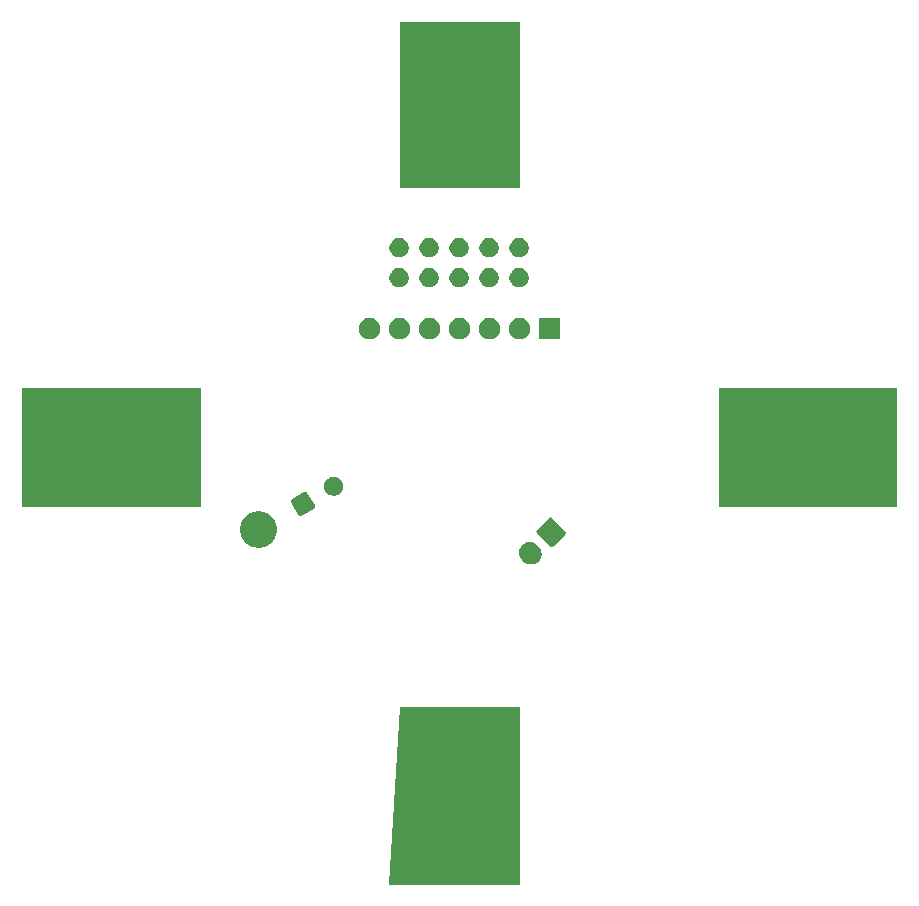
<source format=gbr>
G04 #@! TF.GenerationSoftware,KiCad,Pcbnew,(5.1.5)-3*
G04 #@! TF.CreationDate,2020-03-25T23:07:15+01:00*
G04 #@! TF.ProjectId,carteOdometrie,63617274-654f-4646-9f6d-65747269652e,rev?*
G04 #@! TF.SameCoordinates,Original*
G04 #@! TF.FileFunction,Soldermask,Bot*
G04 #@! TF.FilePolarity,Negative*
%FSLAX46Y46*%
G04 Gerber Fmt 4.6, Leading zero omitted, Abs format (unit mm)*
G04 Created by KiCad (PCBNEW (5.1.5)-3) date 2020-03-25 23:07:15*
%MOMM*%
%LPD*%
G04 APERTURE LIST*
%ADD10C,0.100000*%
G04 APERTURE END LIST*
D10*
G36*
X-22000000Y-5000000D02*
G01*
X-37000000Y-5000000D01*
X-37000000Y5000000D01*
X-22000000Y5000000D01*
X-22000000Y-5000000D01*
G37*
X-22000000Y-5000000D02*
X-37000000Y-5000000D01*
X-37000000Y5000000D01*
X-22000000Y5000000D01*
X-22000000Y-5000000D01*
G36*
X5000000Y-37000000D02*
G01*
X-6000000Y-37000000D01*
X-5000000Y-22000000D01*
X5000000Y-22000000D01*
X5000000Y-37000000D01*
G37*
X5000000Y-37000000D02*
X-6000000Y-37000000D01*
X-5000000Y-22000000D01*
X5000000Y-22000000D01*
X5000000Y-37000000D01*
G36*
X37000000Y-5000000D02*
G01*
X22000000Y-5000000D01*
X22000000Y5000000D01*
X37000000Y5000000D01*
X37000000Y-5000000D01*
G37*
X37000000Y-5000000D02*
X22000000Y-5000000D01*
X22000000Y5000000D01*
X37000000Y5000000D01*
X37000000Y-5000000D01*
G36*
X5000000Y22000000D02*
G01*
X-5000000Y22000000D01*
X-5000000Y36000000D01*
X5000000Y36000000D01*
X5000000Y22000000D01*
G37*
X5000000Y22000000D02*
X-5000000Y22000000D01*
X-5000000Y36000000D01*
X5000000Y36000000D01*
X5000000Y22000000D01*
G36*
X375256Y-28391298D02*
G01*
X481579Y-28412447D01*
X782042Y-28536903D01*
X1052451Y-28717585D01*
X1282415Y-28947549D01*
X1463097Y-29217958D01*
X1587553Y-29518421D01*
X1651000Y-29837391D01*
X1651000Y-30162609D01*
X1587553Y-30481579D01*
X1463097Y-30782042D01*
X1282415Y-31052451D01*
X1052451Y-31282415D01*
X782042Y-31463097D01*
X481579Y-31587553D01*
X375256Y-31608702D01*
X162611Y-31651000D01*
X-162611Y-31651000D01*
X-375256Y-31608702D01*
X-481579Y-31587553D01*
X-782042Y-31463097D01*
X-1052451Y-31282415D01*
X-1282415Y-31052451D01*
X-1463097Y-30782042D01*
X-1587553Y-30481579D01*
X-1651000Y-30162609D01*
X-1651000Y-29837391D01*
X-1587553Y-29518421D01*
X-1463097Y-29217958D01*
X-1282415Y-28947549D01*
X-1052451Y-28717585D01*
X-782042Y-28536903D01*
X-481579Y-28412447D01*
X-375256Y-28391298D01*
X-162611Y-28349000D01*
X162611Y-28349000D01*
X375256Y-28391298D01*
G37*
G36*
X6094525Y-8056142D02*
G01*
X6123593Y-8059005D01*
X6249244Y-8097120D01*
X6293437Y-8110526D01*
X6449956Y-8194188D01*
X6449958Y-8194189D01*
X6449957Y-8194189D01*
X6552775Y-8278569D01*
X6721431Y-8447225D01*
X6721435Y-8447230D01*
X6805812Y-8550044D01*
X6889474Y-8706563D01*
X6889475Y-8706567D01*
X6940995Y-8876407D01*
X6940995Y-8876409D01*
X6958392Y-9053033D01*
X6951442Y-9123591D01*
X6940995Y-9229659D01*
X6921648Y-9293437D01*
X6889474Y-9399503D01*
X6805812Y-9556022D01*
X6693218Y-9693218D01*
X6556022Y-9805812D01*
X6399503Y-9889474D01*
X6355310Y-9902880D01*
X6229659Y-9940995D01*
X6200591Y-9943858D01*
X6053033Y-9958392D01*
X5905475Y-9943858D01*
X5876407Y-9940995D01*
X5750756Y-9902880D01*
X5706563Y-9889474D01*
X5550044Y-9805812D01*
X5447230Y-9721435D01*
X5447225Y-9721431D01*
X5278569Y-9552775D01*
X5194189Y-9449957D01*
X5194188Y-9449956D01*
X5110526Y-9293437D01*
X5091179Y-9229657D01*
X5059005Y-9123593D01*
X5056142Y-9094525D01*
X5041608Y-8946967D01*
X5059005Y-8770343D01*
X5059005Y-8770341D01*
X5110525Y-8600501D01*
X5110526Y-8600497D01*
X5194188Y-8443978D01*
X5306782Y-8306782D01*
X5443978Y-8194188D01*
X5600497Y-8110526D01*
X5644690Y-8097120D01*
X5770341Y-8059005D01*
X5799409Y-8056142D01*
X5946967Y-8041608D01*
X6094525Y-8056142D01*
G37*
G36*
X-16697415Y-5478802D02*
G01*
X-16547590Y-5508604D01*
X-16265326Y-5625521D01*
X-16011295Y-5795259D01*
X-15795259Y-6011295D01*
X-15625521Y-6265326D01*
X-15508604Y-6547590D01*
X-15449000Y-6847240D01*
X-15449000Y-7152760D01*
X-15508604Y-7452410D01*
X-15625521Y-7734674D01*
X-15795259Y-7988705D01*
X-16011295Y-8204741D01*
X-16265326Y-8374479D01*
X-16547590Y-8491396D01*
X-16697415Y-8521198D01*
X-16847239Y-8551000D01*
X-17152761Y-8551000D01*
X-17302585Y-8521198D01*
X-17452410Y-8491396D01*
X-17734674Y-8374479D01*
X-17988705Y-8204741D01*
X-18204741Y-7988705D01*
X-18374479Y-7734674D01*
X-18491396Y-7452410D01*
X-18551000Y-7152760D01*
X-18551000Y-6847240D01*
X-18491396Y-6547590D01*
X-18374479Y-6265326D01*
X-18204741Y-6011295D01*
X-17988705Y-5795259D01*
X-17734674Y-5625521D01*
X-17452410Y-5508604D01*
X-17302585Y-5478802D01*
X-17152761Y-5449000D01*
X-16847239Y-5449000D01*
X-16697415Y-5478802D01*
G37*
G36*
X7749099Y-5982201D02*
G01*
X7782151Y-5992227D01*
X7812602Y-6008504D01*
X7844061Y-6034322D01*
X7902111Y-6092372D01*
X7902117Y-6092377D01*
X8907623Y-7097883D01*
X8907628Y-7097889D01*
X8965678Y-7155939D01*
X8991496Y-7187398D01*
X9007773Y-7217849D01*
X9017799Y-7250901D01*
X9021183Y-7285266D01*
X9017799Y-7319631D01*
X9007773Y-7352683D01*
X8991496Y-7383134D01*
X8965678Y-7414593D01*
X8907628Y-7472643D01*
X8907623Y-7472649D01*
X8008183Y-8372089D01*
X8008177Y-8372094D01*
X7950127Y-8430144D01*
X7918668Y-8455962D01*
X7888217Y-8472239D01*
X7855165Y-8482265D01*
X7820800Y-8485649D01*
X7786435Y-8482265D01*
X7753383Y-8472239D01*
X7722932Y-8455962D01*
X7691473Y-8430144D01*
X7633423Y-8372094D01*
X7633417Y-8372089D01*
X6627911Y-7366583D01*
X6627906Y-7366577D01*
X6569856Y-7308527D01*
X6544038Y-7277068D01*
X6527761Y-7246617D01*
X6517735Y-7213565D01*
X6514351Y-7179200D01*
X6517735Y-7144835D01*
X6527761Y-7111783D01*
X6544038Y-7081332D01*
X6569856Y-7049873D01*
X6627906Y-6991823D01*
X6627911Y-6991817D01*
X7527351Y-6092377D01*
X7527357Y-6092372D01*
X7585407Y-6034322D01*
X7616866Y-6008504D01*
X7647317Y-5992227D01*
X7680369Y-5982201D01*
X7714734Y-5978817D01*
X7749099Y-5982201D01*
G37*
G36*
X-12985433Y-3819882D02*
G01*
X-12951843Y-3832524D01*
X-12921366Y-3851476D01*
X-12895180Y-3876002D01*
X-12870673Y-3910201D01*
X-12259492Y-4968799D01*
X-12242130Y-5007117D01*
X-12233981Y-5042067D01*
X-12232807Y-5077935D01*
X-12238652Y-5113337D01*
X-12251294Y-5146927D01*
X-12270246Y-5177404D01*
X-12294772Y-5203590D01*
X-12328971Y-5228097D01*
X-13387569Y-5839278D01*
X-13425887Y-5856640D01*
X-13460837Y-5864789D01*
X-13496705Y-5865963D01*
X-13532107Y-5860118D01*
X-13565697Y-5847476D01*
X-13596174Y-5828524D01*
X-13622360Y-5803998D01*
X-13646867Y-5769799D01*
X-14258048Y-4711201D01*
X-14275410Y-4672883D01*
X-14283559Y-4637933D01*
X-14284733Y-4602065D01*
X-14278888Y-4566663D01*
X-14266246Y-4533073D01*
X-14247294Y-4502596D01*
X-14222768Y-4476410D01*
X-14188569Y-4451903D01*
X-13129971Y-3840722D01*
X-13091653Y-3823360D01*
X-13056703Y-3815211D01*
X-13020835Y-3814037D01*
X-12985433Y-3819882D01*
G37*
G36*
X-10427052Y-2569781D02*
G01*
X-10281280Y-2630162D01*
X-10281278Y-2630163D01*
X-10150086Y-2717822D01*
X-10038516Y-2829392D01*
X-9950857Y-2960584D01*
X-9950856Y-2960586D01*
X-9890475Y-3106358D01*
X-9859694Y-3261107D01*
X-9859694Y-3418893D01*
X-9890475Y-3573642D01*
X-9950856Y-3719414D01*
X-9950857Y-3719416D01*
X-10038516Y-3850608D01*
X-10150086Y-3962178D01*
X-10281278Y-4049837D01*
X-10281279Y-4049838D01*
X-10281280Y-4049838D01*
X-10427052Y-4110219D01*
X-10581801Y-4141000D01*
X-10739587Y-4141000D01*
X-10894336Y-4110219D01*
X-11040108Y-4049838D01*
X-11040109Y-4049838D01*
X-11040110Y-4049837D01*
X-11171302Y-3962178D01*
X-11282872Y-3850608D01*
X-11370531Y-3719416D01*
X-11370532Y-3719414D01*
X-11430913Y-3573642D01*
X-11461694Y-3418893D01*
X-11461694Y-3261107D01*
X-11430913Y-3106358D01*
X-11370532Y-2960586D01*
X-11370531Y-2960584D01*
X-11282872Y-2829392D01*
X-11171302Y-2717822D01*
X-11040110Y-2630163D01*
X-11040108Y-2630162D01*
X-10894336Y-2569781D01*
X-10739587Y-2539000D01*
X-10581801Y-2539000D01*
X-10427052Y-2569781D01*
G37*
G36*
X30375256Y1608702D02*
G01*
X30481579Y1587553D01*
X30782042Y1463097D01*
X31052451Y1282415D01*
X31282415Y1052451D01*
X31463097Y782042D01*
X31587553Y481579D01*
X31651000Y162609D01*
X31651000Y-162609D01*
X31587553Y-481579D01*
X31463097Y-782042D01*
X31282415Y-1052451D01*
X31052451Y-1282415D01*
X30782042Y-1463097D01*
X30481579Y-1587553D01*
X30375256Y-1608702D01*
X30162611Y-1651000D01*
X29837389Y-1651000D01*
X29624744Y-1608702D01*
X29518421Y-1587553D01*
X29217958Y-1463097D01*
X28947549Y-1282415D01*
X28717585Y-1052451D01*
X28536903Y-782042D01*
X28412447Y-481579D01*
X28349000Y-162609D01*
X28349000Y162609D01*
X28412447Y481579D01*
X28536903Y782042D01*
X28717585Y1052451D01*
X28947549Y1282415D01*
X29217958Y1463097D01*
X29518421Y1587553D01*
X29624744Y1608702D01*
X29837389Y1651000D01*
X30162611Y1651000D01*
X30375256Y1608702D01*
G37*
G36*
X-29624744Y1608702D02*
G01*
X-29518421Y1587553D01*
X-29217958Y1463097D01*
X-28947549Y1282415D01*
X-28717585Y1052451D01*
X-28536903Y782042D01*
X-28412447Y481579D01*
X-28349000Y162609D01*
X-28349000Y-162609D01*
X-28412447Y-481579D01*
X-28536903Y-782042D01*
X-28717585Y-1052451D01*
X-28947549Y-1282415D01*
X-29217958Y-1463097D01*
X-29518421Y-1587553D01*
X-29624744Y-1608702D01*
X-29837389Y-1651000D01*
X-30162611Y-1651000D01*
X-30375256Y-1608702D01*
X-30481579Y-1587553D01*
X-30782042Y-1463097D01*
X-31052451Y-1282415D01*
X-31282415Y-1052451D01*
X-31463097Y-782042D01*
X-31587553Y-481579D01*
X-31651000Y-162609D01*
X-31651000Y162609D01*
X-31587553Y481579D01*
X-31463097Y782042D01*
X-31282415Y1052451D01*
X-31052451Y1282415D01*
X-30782042Y1463097D01*
X-30481579Y1587553D01*
X-30375256Y1608702D01*
X-30162611Y1651000D01*
X-29837389Y1651000D01*
X-29624744Y1608702D01*
G37*
G36*
X5193512Y10896073D02*
G01*
X5342812Y10866376D01*
X5506784Y10798456D01*
X5654354Y10699853D01*
X5779853Y10574354D01*
X5878456Y10426784D01*
X5946376Y10262812D01*
X5981000Y10088741D01*
X5981000Y9911259D01*
X5946376Y9737188D01*
X5878456Y9573216D01*
X5779853Y9425646D01*
X5654354Y9300147D01*
X5506784Y9201544D01*
X5342812Y9133624D01*
X5193512Y9103927D01*
X5168742Y9099000D01*
X4991258Y9099000D01*
X4966488Y9103927D01*
X4817188Y9133624D01*
X4653216Y9201544D01*
X4505646Y9300147D01*
X4380147Y9425646D01*
X4281544Y9573216D01*
X4213624Y9737188D01*
X4179000Y9911259D01*
X4179000Y10088741D01*
X4213624Y10262812D01*
X4281544Y10426784D01*
X4380147Y10574354D01*
X4505646Y10699853D01*
X4653216Y10798456D01*
X4817188Y10866376D01*
X4966488Y10896073D01*
X4991258Y10901000D01*
X5168742Y10901000D01*
X5193512Y10896073D01*
G37*
G36*
X8521000Y9099000D02*
G01*
X6719000Y9099000D01*
X6719000Y10901000D01*
X8521000Y10901000D01*
X8521000Y9099000D01*
G37*
G36*
X2653512Y10896073D02*
G01*
X2802812Y10866376D01*
X2966784Y10798456D01*
X3114354Y10699853D01*
X3239853Y10574354D01*
X3338456Y10426784D01*
X3406376Y10262812D01*
X3441000Y10088741D01*
X3441000Y9911259D01*
X3406376Y9737188D01*
X3338456Y9573216D01*
X3239853Y9425646D01*
X3114354Y9300147D01*
X2966784Y9201544D01*
X2802812Y9133624D01*
X2653512Y9103927D01*
X2628742Y9099000D01*
X2451258Y9099000D01*
X2426488Y9103927D01*
X2277188Y9133624D01*
X2113216Y9201544D01*
X1965646Y9300147D01*
X1840147Y9425646D01*
X1741544Y9573216D01*
X1673624Y9737188D01*
X1639000Y9911259D01*
X1639000Y10088741D01*
X1673624Y10262812D01*
X1741544Y10426784D01*
X1840147Y10574354D01*
X1965646Y10699853D01*
X2113216Y10798456D01*
X2277188Y10866376D01*
X2426488Y10896073D01*
X2451258Y10901000D01*
X2628742Y10901000D01*
X2653512Y10896073D01*
G37*
G36*
X113512Y10896073D02*
G01*
X262812Y10866376D01*
X426784Y10798456D01*
X574354Y10699853D01*
X699853Y10574354D01*
X798456Y10426784D01*
X866376Y10262812D01*
X901000Y10088741D01*
X901000Y9911259D01*
X866376Y9737188D01*
X798456Y9573216D01*
X699853Y9425646D01*
X574354Y9300147D01*
X426784Y9201544D01*
X262812Y9133624D01*
X113512Y9103927D01*
X88742Y9099000D01*
X-88742Y9099000D01*
X-113512Y9103927D01*
X-262812Y9133624D01*
X-426784Y9201544D01*
X-574354Y9300147D01*
X-699853Y9425646D01*
X-798456Y9573216D01*
X-866376Y9737188D01*
X-901000Y9911259D01*
X-901000Y10088741D01*
X-866376Y10262812D01*
X-798456Y10426784D01*
X-699853Y10574354D01*
X-574354Y10699853D01*
X-426784Y10798456D01*
X-262812Y10866376D01*
X-113512Y10896073D01*
X-88742Y10901000D01*
X88742Y10901000D01*
X113512Y10896073D01*
G37*
G36*
X-2426488Y10896073D02*
G01*
X-2277188Y10866376D01*
X-2113216Y10798456D01*
X-1965646Y10699853D01*
X-1840147Y10574354D01*
X-1741544Y10426784D01*
X-1673624Y10262812D01*
X-1639000Y10088741D01*
X-1639000Y9911259D01*
X-1673624Y9737188D01*
X-1741544Y9573216D01*
X-1840147Y9425646D01*
X-1965646Y9300147D01*
X-2113216Y9201544D01*
X-2277188Y9133624D01*
X-2426488Y9103927D01*
X-2451258Y9099000D01*
X-2628742Y9099000D01*
X-2653512Y9103927D01*
X-2802812Y9133624D01*
X-2966784Y9201544D01*
X-3114354Y9300147D01*
X-3239853Y9425646D01*
X-3338456Y9573216D01*
X-3406376Y9737188D01*
X-3441000Y9911259D01*
X-3441000Y10088741D01*
X-3406376Y10262812D01*
X-3338456Y10426784D01*
X-3239853Y10574354D01*
X-3114354Y10699853D01*
X-2966784Y10798456D01*
X-2802812Y10866376D01*
X-2653512Y10896073D01*
X-2628742Y10901000D01*
X-2451258Y10901000D01*
X-2426488Y10896073D01*
G37*
G36*
X-4966488Y10896073D02*
G01*
X-4817188Y10866376D01*
X-4653216Y10798456D01*
X-4505646Y10699853D01*
X-4380147Y10574354D01*
X-4281544Y10426784D01*
X-4213624Y10262812D01*
X-4179000Y10088741D01*
X-4179000Y9911259D01*
X-4213624Y9737188D01*
X-4281544Y9573216D01*
X-4380147Y9425646D01*
X-4505646Y9300147D01*
X-4653216Y9201544D01*
X-4817188Y9133624D01*
X-4966488Y9103927D01*
X-4991258Y9099000D01*
X-5168742Y9099000D01*
X-5193512Y9103927D01*
X-5342812Y9133624D01*
X-5506784Y9201544D01*
X-5654354Y9300147D01*
X-5779853Y9425646D01*
X-5878456Y9573216D01*
X-5946376Y9737188D01*
X-5981000Y9911259D01*
X-5981000Y10088741D01*
X-5946376Y10262812D01*
X-5878456Y10426784D01*
X-5779853Y10574354D01*
X-5654354Y10699853D01*
X-5506784Y10798456D01*
X-5342812Y10866376D01*
X-5193512Y10896073D01*
X-5168742Y10901000D01*
X-4991258Y10901000D01*
X-4966488Y10896073D01*
G37*
G36*
X-7506488Y10896073D02*
G01*
X-7357188Y10866376D01*
X-7193216Y10798456D01*
X-7045646Y10699853D01*
X-6920147Y10574354D01*
X-6821544Y10426784D01*
X-6753624Y10262812D01*
X-6719000Y10088741D01*
X-6719000Y9911259D01*
X-6753624Y9737188D01*
X-6821544Y9573216D01*
X-6920147Y9425646D01*
X-7045646Y9300147D01*
X-7193216Y9201544D01*
X-7357188Y9133624D01*
X-7506488Y9103927D01*
X-7531258Y9099000D01*
X-7708742Y9099000D01*
X-7733512Y9103927D01*
X-7882812Y9133624D01*
X-8046784Y9201544D01*
X-8194354Y9300147D01*
X-8319853Y9425646D01*
X-8418456Y9573216D01*
X-8486376Y9737188D01*
X-8521000Y9911259D01*
X-8521000Y10088741D01*
X-8486376Y10262812D01*
X-8418456Y10426784D01*
X-8319853Y10574354D01*
X-8194354Y10699853D01*
X-8046784Y10798456D01*
X-7882812Y10866376D01*
X-7733512Y10896073D01*
X-7708742Y10901000D01*
X-7531258Y10901000D01*
X-7506488Y10896073D01*
G37*
G36*
X199042Y15099738D02*
G01*
X347001Y15038451D01*
X480155Y14949481D01*
X593401Y14836235D01*
X682371Y14703081D01*
X743658Y14555122D01*
X774900Y14398055D01*
X774900Y14237905D01*
X743658Y14080838D01*
X682371Y13932879D01*
X593401Y13799725D01*
X480155Y13686479D01*
X347001Y13597509D01*
X199042Y13536222D01*
X41975Y13504980D01*
X-118175Y13504980D01*
X-275242Y13536222D01*
X-423201Y13597509D01*
X-556355Y13686479D01*
X-669601Y13799725D01*
X-758571Y13932879D01*
X-819858Y14080838D01*
X-851100Y14237905D01*
X-851100Y14398055D01*
X-819858Y14555122D01*
X-758571Y14703081D01*
X-669601Y14836235D01*
X-556355Y14949481D01*
X-423201Y15038451D01*
X-275242Y15099738D01*
X-118175Y15130980D01*
X41975Y15130980D01*
X199042Y15099738D01*
G37*
G36*
X5279042Y15099738D02*
G01*
X5427001Y15038451D01*
X5560155Y14949481D01*
X5673401Y14836235D01*
X5762371Y14703081D01*
X5823658Y14555122D01*
X5854900Y14398055D01*
X5854900Y14237905D01*
X5823658Y14080838D01*
X5762371Y13932879D01*
X5673401Y13799725D01*
X5560155Y13686479D01*
X5427001Y13597509D01*
X5279042Y13536222D01*
X5121975Y13504980D01*
X4961825Y13504980D01*
X4804758Y13536222D01*
X4656799Y13597509D01*
X4523645Y13686479D01*
X4410399Y13799725D01*
X4321429Y13932879D01*
X4260142Y14080838D01*
X4228900Y14237905D01*
X4228900Y14398055D01*
X4260142Y14555122D01*
X4321429Y14703081D01*
X4410399Y14836235D01*
X4523645Y14949481D01*
X4656799Y15038451D01*
X4804758Y15099738D01*
X4961825Y15130980D01*
X5121975Y15130980D01*
X5279042Y15099738D01*
G37*
G36*
X2739042Y15099738D02*
G01*
X2887001Y15038451D01*
X3020155Y14949481D01*
X3133401Y14836235D01*
X3222371Y14703081D01*
X3283658Y14555122D01*
X3314900Y14398055D01*
X3314900Y14237905D01*
X3283658Y14080838D01*
X3222371Y13932879D01*
X3133401Y13799725D01*
X3020155Y13686479D01*
X2887001Y13597509D01*
X2739042Y13536222D01*
X2581975Y13504980D01*
X2421825Y13504980D01*
X2264758Y13536222D01*
X2116799Y13597509D01*
X1983645Y13686479D01*
X1870399Y13799725D01*
X1781429Y13932879D01*
X1720142Y14080838D01*
X1688900Y14237905D01*
X1688900Y14398055D01*
X1720142Y14555122D01*
X1781429Y14703081D01*
X1870399Y14836235D01*
X1983645Y14949481D01*
X2116799Y15038451D01*
X2264758Y15099738D01*
X2421825Y15130980D01*
X2581975Y15130980D01*
X2739042Y15099738D01*
G37*
G36*
X-2340958Y15099738D02*
G01*
X-2192999Y15038451D01*
X-2059845Y14949481D01*
X-1946599Y14836235D01*
X-1857629Y14703081D01*
X-1796342Y14555122D01*
X-1765100Y14398055D01*
X-1765100Y14237905D01*
X-1796342Y14080838D01*
X-1857629Y13932879D01*
X-1946599Y13799725D01*
X-2059845Y13686479D01*
X-2192999Y13597509D01*
X-2340958Y13536222D01*
X-2498025Y13504980D01*
X-2658175Y13504980D01*
X-2815242Y13536222D01*
X-2963201Y13597509D01*
X-3096355Y13686479D01*
X-3209601Y13799725D01*
X-3298571Y13932879D01*
X-3359858Y14080838D01*
X-3391100Y14237905D01*
X-3391100Y14398055D01*
X-3359858Y14555122D01*
X-3298571Y14703081D01*
X-3209601Y14836235D01*
X-3096355Y14949481D01*
X-2963201Y15038451D01*
X-2815242Y15099738D01*
X-2658175Y15130980D01*
X-2498025Y15130980D01*
X-2340958Y15099738D01*
G37*
G36*
X-4880958Y15099738D02*
G01*
X-4732999Y15038451D01*
X-4599845Y14949481D01*
X-4486599Y14836235D01*
X-4397629Y14703081D01*
X-4336342Y14555122D01*
X-4305100Y14398055D01*
X-4305100Y14237905D01*
X-4336342Y14080838D01*
X-4397629Y13932879D01*
X-4486599Y13799725D01*
X-4599845Y13686479D01*
X-4732999Y13597509D01*
X-4880958Y13536222D01*
X-5038025Y13504980D01*
X-5198175Y13504980D01*
X-5355242Y13536222D01*
X-5503201Y13597509D01*
X-5636355Y13686479D01*
X-5749601Y13799725D01*
X-5838571Y13932879D01*
X-5899858Y14080838D01*
X-5931100Y14237905D01*
X-5931100Y14398055D01*
X-5899858Y14555122D01*
X-5838571Y14703081D01*
X-5749601Y14836235D01*
X-5636355Y14949481D01*
X-5503201Y15038451D01*
X-5355242Y15099738D01*
X-5198175Y15130980D01*
X-5038025Y15130980D01*
X-4880958Y15099738D01*
G37*
G36*
X199042Y17639738D02*
G01*
X347001Y17578451D01*
X480155Y17489481D01*
X593401Y17376235D01*
X682371Y17243081D01*
X743658Y17095122D01*
X774900Y16938055D01*
X774900Y16777905D01*
X743658Y16620838D01*
X682371Y16472879D01*
X593401Y16339725D01*
X480155Y16226479D01*
X347001Y16137509D01*
X199042Y16076222D01*
X41975Y16044980D01*
X-118175Y16044980D01*
X-275242Y16076222D01*
X-423201Y16137509D01*
X-556355Y16226479D01*
X-669601Y16339725D01*
X-758571Y16472879D01*
X-819858Y16620838D01*
X-851100Y16777905D01*
X-851100Y16938055D01*
X-819858Y17095122D01*
X-758571Y17243081D01*
X-669601Y17376235D01*
X-556355Y17489481D01*
X-423201Y17578451D01*
X-275242Y17639738D01*
X-118175Y17670980D01*
X41975Y17670980D01*
X199042Y17639738D01*
G37*
G36*
X-2340958Y17639738D02*
G01*
X-2192999Y17578451D01*
X-2059845Y17489481D01*
X-1946599Y17376235D01*
X-1857629Y17243081D01*
X-1796342Y17095122D01*
X-1765100Y16938055D01*
X-1765100Y16777905D01*
X-1796342Y16620838D01*
X-1857629Y16472879D01*
X-1946599Y16339725D01*
X-2059845Y16226479D01*
X-2192999Y16137509D01*
X-2340958Y16076222D01*
X-2498025Y16044980D01*
X-2658175Y16044980D01*
X-2815242Y16076222D01*
X-2963201Y16137509D01*
X-3096355Y16226479D01*
X-3209601Y16339725D01*
X-3298571Y16472879D01*
X-3359858Y16620838D01*
X-3391100Y16777905D01*
X-3391100Y16938055D01*
X-3359858Y17095122D01*
X-3298571Y17243081D01*
X-3209601Y17376235D01*
X-3096355Y17489481D01*
X-2963201Y17578451D01*
X-2815242Y17639738D01*
X-2658175Y17670980D01*
X-2498025Y17670980D01*
X-2340958Y17639738D01*
G37*
G36*
X2739042Y17639738D02*
G01*
X2887001Y17578451D01*
X3020155Y17489481D01*
X3133401Y17376235D01*
X3222371Y17243081D01*
X3283658Y17095122D01*
X3314900Y16938055D01*
X3314900Y16777905D01*
X3283658Y16620838D01*
X3222371Y16472879D01*
X3133401Y16339725D01*
X3020155Y16226479D01*
X2887001Y16137509D01*
X2739042Y16076222D01*
X2581975Y16044980D01*
X2421825Y16044980D01*
X2264758Y16076222D01*
X2116799Y16137509D01*
X1983645Y16226479D01*
X1870399Y16339725D01*
X1781429Y16472879D01*
X1720142Y16620838D01*
X1688900Y16777905D01*
X1688900Y16938055D01*
X1720142Y17095122D01*
X1781429Y17243081D01*
X1870399Y17376235D01*
X1983645Y17489481D01*
X2116799Y17578451D01*
X2264758Y17639738D01*
X2421825Y17670980D01*
X2581975Y17670980D01*
X2739042Y17639738D01*
G37*
G36*
X5279042Y17639738D02*
G01*
X5427001Y17578451D01*
X5560155Y17489481D01*
X5673401Y17376235D01*
X5762371Y17243081D01*
X5823658Y17095122D01*
X5854900Y16938055D01*
X5854900Y16777905D01*
X5823658Y16620838D01*
X5762371Y16472879D01*
X5673401Y16339725D01*
X5560155Y16226479D01*
X5427001Y16137509D01*
X5279042Y16076222D01*
X5121975Y16044980D01*
X4961825Y16044980D01*
X4804758Y16076222D01*
X4656799Y16137509D01*
X4523645Y16226479D01*
X4410399Y16339725D01*
X4321429Y16472879D01*
X4260142Y16620838D01*
X4228900Y16777905D01*
X4228900Y16938055D01*
X4260142Y17095122D01*
X4321429Y17243081D01*
X4410399Y17376235D01*
X4523645Y17489481D01*
X4656799Y17578451D01*
X4804758Y17639738D01*
X4961825Y17670980D01*
X5121975Y17670980D01*
X5279042Y17639738D01*
G37*
G36*
X-4880958Y17639738D02*
G01*
X-4732999Y17578451D01*
X-4599845Y17489481D01*
X-4486599Y17376235D01*
X-4397629Y17243081D01*
X-4336342Y17095122D01*
X-4305100Y16938055D01*
X-4305100Y16777905D01*
X-4336342Y16620838D01*
X-4397629Y16472879D01*
X-4486599Y16339725D01*
X-4599845Y16226479D01*
X-4732999Y16137509D01*
X-4880958Y16076222D01*
X-5038025Y16044980D01*
X-5198175Y16044980D01*
X-5355242Y16076222D01*
X-5503201Y16137509D01*
X-5636355Y16226479D01*
X-5749601Y16339725D01*
X-5838571Y16472879D01*
X-5899858Y16620838D01*
X-5931100Y16777905D01*
X-5931100Y16938055D01*
X-5899858Y17095122D01*
X-5838571Y17243081D01*
X-5749601Y17376235D01*
X-5636355Y17489481D01*
X-5503201Y17578451D01*
X-5355242Y17639738D01*
X-5198175Y17670980D01*
X-5038025Y17670980D01*
X-4880958Y17639738D01*
G37*
G36*
X375256Y31608702D02*
G01*
X481579Y31587553D01*
X782042Y31463097D01*
X1052451Y31282415D01*
X1282415Y31052451D01*
X1463097Y30782042D01*
X1587553Y30481579D01*
X1651000Y30162609D01*
X1651000Y29837391D01*
X1587553Y29518421D01*
X1463097Y29217958D01*
X1282415Y28947549D01*
X1052451Y28717585D01*
X782042Y28536903D01*
X481579Y28412447D01*
X375256Y28391298D01*
X162611Y28349000D01*
X-162611Y28349000D01*
X-375256Y28391298D01*
X-481579Y28412447D01*
X-782042Y28536903D01*
X-1052451Y28717585D01*
X-1282415Y28947549D01*
X-1463097Y29217958D01*
X-1587553Y29518421D01*
X-1651000Y29837391D01*
X-1651000Y30162609D01*
X-1587553Y30481579D01*
X-1463097Y30782042D01*
X-1282415Y31052451D01*
X-1052451Y31282415D01*
X-782042Y31463097D01*
X-481579Y31587553D01*
X-375256Y31608702D01*
X-162611Y31651000D01*
X162611Y31651000D01*
X375256Y31608702D01*
G37*
M02*

</source>
